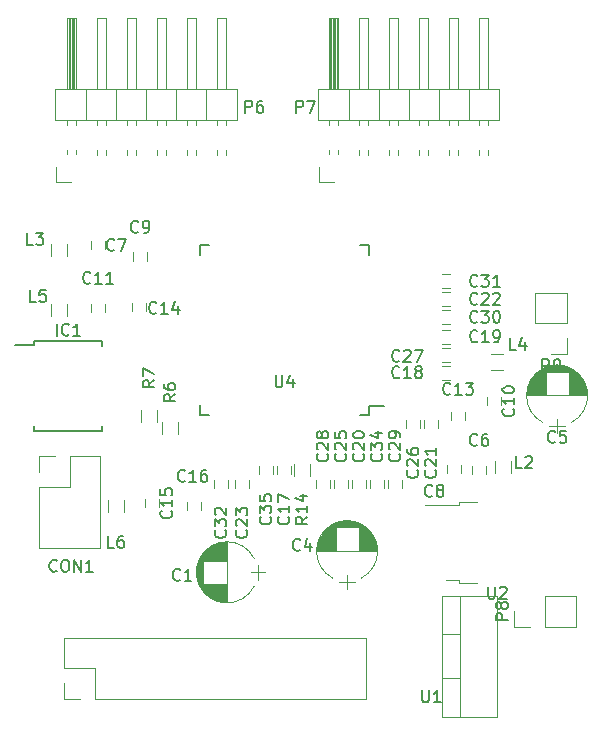
<source format=gbr>
G04 #@! TF.FileFunction,Legend,Top*
%FSLAX46Y46*%
G04 Gerber Fmt 4.6, Leading zero omitted, Abs format (unit mm)*
G04 Created by KiCad (PCBNEW 4.0.5) date 09/19/17 16:04:32*
%MOMM*%
%LPD*%
G01*
G04 APERTURE LIST*
%ADD10C,0.100000*%
%ADD11C,0.120000*%
%ADD12C,0.150000*%
G04 APERTURE END LIST*
D10*
D11*
X85030000Y-54440000D02*
X100390000Y-54440000D01*
X100390000Y-54440000D02*
X100390000Y-51780000D01*
X100390000Y-51780000D02*
X85030000Y-51780000D01*
X85030000Y-51780000D02*
X85030000Y-54440000D01*
X85980000Y-51780000D02*
X85980000Y-45780000D01*
X85980000Y-45780000D02*
X86740000Y-45780000D01*
X86740000Y-45780000D02*
X86740000Y-51780000D01*
X86040000Y-51780000D02*
X86040000Y-45780000D01*
X86160000Y-51780000D02*
X86160000Y-45780000D01*
X86280000Y-51780000D02*
X86280000Y-45780000D01*
X86400000Y-51780000D02*
X86400000Y-45780000D01*
X86520000Y-51780000D02*
X86520000Y-45780000D01*
X86640000Y-51780000D02*
X86640000Y-45780000D01*
X85980000Y-54837071D02*
X85980000Y-54440000D01*
X86740000Y-54837071D02*
X86740000Y-54440000D01*
X85980000Y-57310000D02*
X85980000Y-56922929D01*
X86740000Y-57310000D02*
X86740000Y-56922929D01*
X87630000Y-54440000D02*
X87630000Y-51780000D01*
X88520000Y-51780000D02*
X88520000Y-45780000D01*
X88520000Y-45780000D02*
X89280000Y-45780000D01*
X89280000Y-45780000D02*
X89280000Y-51780000D01*
X88520000Y-54837071D02*
X88520000Y-54440000D01*
X89280000Y-54837071D02*
X89280000Y-54440000D01*
X88520000Y-57377071D02*
X88520000Y-56922929D01*
X89280000Y-57377071D02*
X89280000Y-56922929D01*
X90170000Y-54440000D02*
X90170000Y-51780000D01*
X91060000Y-51780000D02*
X91060000Y-45780000D01*
X91060000Y-45780000D02*
X91820000Y-45780000D01*
X91820000Y-45780000D02*
X91820000Y-51780000D01*
X91060000Y-54837071D02*
X91060000Y-54440000D01*
X91820000Y-54837071D02*
X91820000Y-54440000D01*
X91060000Y-57377071D02*
X91060000Y-56922929D01*
X91820000Y-57377071D02*
X91820000Y-56922929D01*
X92710000Y-54440000D02*
X92710000Y-51780000D01*
X93600000Y-51780000D02*
X93600000Y-45780000D01*
X93600000Y-45780000D02*
X94360000Y-45780000D01*
X94360000Y-45780000D02*
X94360000Y-51780000D01*
X93600000Y-54837071D02*
X93600000Y-54440000D01*
X94360000Y-54837071D02*
X94360000Y-54440000D01*
X93600000Y-57377071D02*
X93600000Y-56922929D01*
X94360000Y-57377071D02*
X94360000Y-56922929D01*
X95250000Y-54440000D02*
X95250000Y-51780000D01*
X96140000Y-51780000D02*
X96140000Y-45780000D01*
X96140000Y-45780000D02*
X96900000Y-45780000D01*
X96900000Y-45780000D02*
X96900000Y-51780000D01*
X96140000Y-54837071D02*
X96140000Y-54440000D01*
X96900000Y-54837071D02*
X96900000Y-54440000D01*
X96140000Y-57377071D02*
X96140000Y-56922929D01*
X96900000Y-57377071D02*
X96900000Y-56922929D01*
X97790000Y-54440000D02*
X97790000Y-51780000D01*
X98680000Y-51780000D02*
X98680000Y-45780000D01*
X98680000Y-45780000D02*
X99440000Y-45780000D01*
X99440000Y-45780000D02*
X99440000Y-51780000D01*
X98680000Y-54837071D02*
X98680000Y-54440000D01*
X99440000Y-54837071D02*
X99440000Y-54440000D01*
X98680000Y-57377071D02*
X98680000Y-56922929D01*
X99440000Y-57377071D02*
X99440000Y-56922929D01*
X86360000Y-59690000D02*
X85090000Y-59690000D01*
X85090000Y-59690000D02*
X85090000Y-58420000D01*
D12*
X111609000Y-79358000D02*
X111609000Y-78633000D01*
X97259000Y-79358000D02*
X97259000Y-78558000D01*
X97259000Y-65008000D02*
X97259000Y-65808000D01*
X111609000Y-65008000D02*
X111609000Y-65808000D01*
X111609000Y-79358000D02*
X110809000Y-79358000D01*
X111609000Y-65008000D02*
X110809000Y-65008000D01*
X97259000Y-65008000D02*
X98059000Y-65008000D01*
X97259000Y-79358000D02*
X98059000Y-79358000D01*
X111609000Y-78633000D02*
X112884000Y-78633000D01*
D11*
X122774000Y-77882000D02*
X122774000Y-78582000D01*
X121574000Y-78582000D02*
X121574000Y-77882000D01*
D12*
X83231000Y-73137000D02*
X83231000Y-73487000D01*
X88981000Y-73137000D02*
X88981000Y-73587000D01*
X88981000Y-80787000D02*
X88981000Y-80337000D01*
X83231000Y-80787000D02*
X83231000Y-80337000D01*
X83231000Y-73137000D02*
X88981000Y-73137000D01*
X83231000Y-80787000D02*
X88981000Y-80787000D01*
X83231000Y-73487000D02*
X81631000Y-73487000D01*
D11*
X111312000Y-103438000D02*
X111312000Y-98238000D01*
X88392000Y-103438000D02*
X111312000Y-103438000D01*
X85792000Y-98238000D02*
X111312000Y-98238000D01*
X88392000Y-103438000D02*
X88392000Y-100838000D01*
X88392000Y-100838000D02*
X85792000Y-100838000D01*
X85792000Y-100838000D02*
X85792000Y-98238000D01*
X87122000Y-103438000D02*
X85792000Y-103438000D01*
X85792000Y-103438000D02*
X85792000Y-102108000D01*
X97246278Y-93889723D02*
G75*
G03X101857580Y-93890000I2305722J1179723D01*
G01*
X97246278Y-91530277D02*
G75*
G02X101857580Y-91530000I2305722J-1179723D01*
G01*
X97246278Y-91530277D02*
G75*
G03X97246420Y-93890000I2305722J-1179723D01*
G01*
X99552000Y-95260000D02*
X99552000Y-90160000D01*
X99512000Y-95260000D02*
X99512000Y-93690000D01*
X99512000Y-91730000D02*
X99512000Y-90160000D01*
X99472000Y-95259000D02*
X99472000Y-93690000D01*
X99472000Y-91730000D02*
X99472000Y-90161000D01*
X99432000Y-95258000D02*
X99432000Y-93690000D01*
X99432000Y-91730000D02*
X99432000Y-90162000D01*
X99392000Y-95256000D02*
X99392000Y-93690000D01*
X99392000Y-91730000D02*
X99392000Y-90164000D01*
X99352000Y-95253000D02*
X99352000Y-93690000D01*
X99352000Y-91730000D02*
X99352000Y-90167000D01*
X99312000Y-95249000D02*
X99312000Y-93690000D01*
X99312000Y-91730000D02*
X99312000Y-90171000D01*
X99272000Y-95245000D02*
X99272000Y-93690000D01*
X99272000Y-91730000D02*
X99272000Y-90175000D01*
X99232000Y-95241000D02*
X99232000Y-93690000D01*
X99232000Y-91730000D02*
X99232000Y-90179000D01*
X99192000Y-95235000D02*
X99192000Y-93690000D01*
X99192000Y-91730000D02*
X99192000Y-90185000D01*
X99152000Y-95229000D02*
X99152000Y-93690000D01*
X99152000Y-91730000D02*
X99152000Y-90191000D01*
X99112000Y-95223000D02*
X99112000Y-93690000D01*
X99112000Y-91730000D02*
X99112000Y-90197000D01*
X99072000Y-95216000D02*
X99072000Y-93690000D01*
X99072000Y-91730000D02*
X99072000Y-90204000D01*
X99032000Y-95208000D02*
X99032000Y-93690000D01*
X99032000Y-91730000D02*
X99032000Y-90212000D01*
X98992000Y-95199000D02*
X98992000Y-93690000D01*
X98992000Y-91730000D02*
X98992000Y-90221000D01*
X98952000Y-95190000D02*
X98952000Y-93690000D01*
X98952000Y-91730000D02*
X98952000Y-90230000D01*
X98912000Y-95180000D02*
X98912000Y-93690000D01*
X98912000Y-91730000D02*
X98912000Y-90240000D01*
X98872000Y-95170000D02*
X98872000Y-93690000D01*
X98872000Y-91730000D02*
X98872000Y-90250000D01*
X98831000Y-95158000D02*
X98831000Y-93690000D01*
X98831000Y-91730000D02*
X98831000Y-90262000D01*
X98791000Y-95146000D02*
X98791000Y-93690000D01*
X98791000Y-91730000D02*
X98791000Y-90274000D01*
X98751000Y-95134000D02*
X98751000Y-93690000D01*
X98751000Y-91730000D02*
X98751000Y-90286000D01*
X98711000Y-95120000D02*
X98711000Y-93690000D01*
X98711000Y-91730000D02*
X98711000Y-90300000D01*
X98671000Y-95106000D02*
X98671000Y-93690000D01*
X98671000Y-91730000D02*
X98671000Y-90314000D01*
X98631000Y-95092000D02*
X98631000Y-93690000D01*
X98631000Y-91730000D02*
X98631000Y-90328000D01*
X98591000Y-95076000D02*
X98591000Y-93690000D01*
X98591000Y-91730000D02*
X98591000Y-90344000D01*
X98551000Y-95060000D02*
X98551000Y-93690000D01*
X98551000Y-91730000D02*
X98551000Y-90360000D01*
X98511000Y-95043000D02*
X98511000Y-93690000D01*
X98511000Y-91730000D02*
X98511000Y-90377000D01*
X98471000Y-95025000D02*
X98471000Y-93690000D01*
X98471000Y-91730000D02*
X98471000Y-90395000D01*
X98431000Y-95006000D02*
X98431000Y-93690000D01*
X98431000Y-91730000D02*
X98431000Y-90414000D01*
X98391000Y-94986000D02*
X98391000Y-93690000D01*
X98391000Y-91730000D02*
X98391000Y-90434000D01*
X98351000Y-94966000D02*
X98351000Y-93690000D01*
X98351000Y-91730000D02*
X98351000Y-90454000D01*
X98311000Y-94944000D02*
X98311000Y-93690000D01*
X98311000Y-91730000D02*
X98311000Y-90476000D01*
X98271000Y-94922000D02*
X98271000Y-93690000D01*
X98271000Y-91730000D02*
X98271000Y-90498000D01*
X98231000Y-94899000D02*
X98231000Y-93690000D01*
X98231000Y-91730000D02*
X98231000Y-90521000D01*
X98191000Y-94875000D02*
X98191000Y-93690000D01*
X98191000Y-91730000D02*
X98191000Y-90545000D01*
X98151000Y-94850000D02*
X98151000Y-93690000D01*
X98151000Y-91730000D02*
X98151000Y-90570000D01*
X98111000Y-94823000D02*
X98111000Y-93690000D01*
X98111000Y-91730000D02*
X98111000Y-90597000D01*
X98071000Y-94796000D02*
X98071000Y-93690000D01*
X98071000Y-91730000D02*
X98071000Y-90624000D01*
X98031000Y-94768000D02*
X98031000Y-93690000D01*
X98031000Y-91730000D02*
X98031000Y-90652000D01*
X97991000Y-94738000D02*
X97991000Y-93690000D01*
X97991000Y-91730000D02*
X97991000Y-90682000D01*
X97951000Y-94707000D02*
X97951000Y-93690000D01*
X97951000Y-91730000D02*
X97951000Y-90713000D01*
X97911000Y-94675000D02*
X97911000Y-93690000D01*
X97911000Y-91730000D02*
X97911000Y-90745000D01*
X97871000Y-94642000D02*
X97871000Y-93690000D01*
X97871000Y-91730000D02*
X97871000Y-90778000D01*
X97831000Y-94607000D02*
X97831000Y-93690000D01*
X97831000Y-91730000D02*
X97831000Y-90813000D01*
X97791000Y-94571000D02*
X97791000Y-93690000D01*
X97791000Y-91730000D02*
X97791000Y-90849000D01*
X97751000Y-94533000D02*
X97751000Y-93690000D01*
X97751000Y-91730000D02*
X97751000Y-90887000D01*
X97711000Y-94493000D02*
X97711000Y-93690000D01*
X97711000Y-91730000D02*
X97711000Y-90927000D01*
X97671000Y-94452000D02*
X97671000Y-93690000D01*
X97671000Y-91730000D02*
X97671000Y-90968000D01*
X97631000Y-94409000D02*
X97631000Y-93690000D01*
X97631000Y-91730000D02*
X97631000Y-91011000D01*
X97591000Y-94364000D02*
X97591000Y-93690000D01*
X97591000Y-91730000D02*
X97591000Y-91056000D01*
X97551000Y-94316000D02*
X97551000Y-91104000D01*
X97511000Y-94266000D02*
X97511000Y-91154000D01*
X97471000Y-94214000D02*
X97471000Y-91206000D01*
X97431000Y-94158000D02*
X97431000Y-91262000D01*
X97391000Y-94100000D02*
X97391000Y-91320000D01*
X97351000Y-94037000D02*
X97351000Y-91383000D01*
X97311000Y-93971000D02*
X97311000Y-91449000D01*
X97271000Y-93899000D02*
X97271000Y-91521000D01*
X97231000Y-93822000D02*
X97231000Y-91598000D01*
X97191000Y-93738000D02*
X97191000Y-91682000D01*
X97151000Y-93644000D02*
X97151000Y-91776000D01*
X97111000Y-93539000D02*
X97111000Y-91881000D01*
X97071000Y-93417000D02*
X97071000Y-92003000D01*
X97031000Y-93269000D02*
X97031000Y-92151000D01*
X96991000Y-93064000D02*
X96991000Y-92356000D01*
X102752000Y-92710000D02*
X101552000Y-92710000D01*
X102152000Y-93360000D02*
X102152000Y-92060000D01*
X117776000Y-104942000D02*
X117776000Y-94702000D01*
X122417000Y-104942000D02*
X122417000Y-94702000D01*
X117776000Y-104942000D02*
X122417000Y-104942000D01*
X117776000Y-94702000D02*
X122417000Y-94702000D01*
X119286000Y-104942000D02*
X119286000Y-94702000D01*
X117776000Y-101672000D02*
X119286000Y-101672000D01*
X117776000Y-97971000D02*
X119286000Y-97971000D01*
X119345000Y-83597000D02*
X119345000Y-84297000D01*
X118145000Y-84297000D02*
X118145000Y-83597000D01*
X108548277Y-88610278D02*
G75*
G03X108548000Y-93221580I1179723J-2305722D01*
G01*
X110907723Y-88610278D02*
G75*
G02X110908000Y-93221580I-1179723J-2305722D01*
G01*
X110907723Y-88610278D02*
G75*
G03X108548000Y-88610420I-1179723J-2305722D01*
G01*
X107178000Y-90916000D02*
X112278000Y-90916000D01*
X107178000Y-90876000D02*
X108748000Y-90876000D01*
X110708000Y-90876000D02*
X112278000Y-90876000D01*
X107179000Y-90836000D02*
X108748000Y-90836000D01*
X110708000Y-90836000D02*
X112277000Y-90836000D01*
X107180000Y-90796000D02*
X108748000Y-90796000D01*
X110708000Y-90796000D02*
X112276000Y-90796000D01*
X107182000Y-90756000D02*
X108748000Y-90756000D01*
X110708000Y-90756000D02*
X112274000Y-90756000D01*
X107185000Y-90716000D02*
X108748000Y-90716000D01*
X110708000Y-90716000D02*
X112271000Y-90716000D01*
X107189000Y-90676000D02*
X108748000Y-90676000D01*
X110708000Y-90676000D02*
X112267000Y-90676000D01*
X107193000Y-90636000D02*
X108748000Y-90636000D01*
X110708000Y-90636000D02*
X112263000Y-90636000D01*
X107197000Y-90596000D02*
X108748000Y-90596000D01*
X110708000Y-90596000D02*
X112259000Y-90596000D01*
X107203000Y-90556000D02*
X108748000Y-90556000D01*
X110708000Y-90556000D02*
X112253000Y-90556000D01*
X107209000Y-90516000D02*
X108748000Y-90516000D01*
X110708000Y-90516000D02*
X112247000Y-90516000D01*
X107215000Y-90476000D02*
X108748000Y-90476000D01*
X110708000Y-90476000D02*
X112241000Y-90476000D01*
X107222000Y-90436000D02*
X108748000Y-90436000D01*
X110708000Y-90436000D02*
X112234000Y-90436000D01*
X107230000Y-90396000D02*
X108748000Y-90396000D01*
X110708000Y-90396000D02*
X112226000Y-90396000D01*
X107239000Y-90356000D02*
X108748000Y-90356000D01*
X110708000Y-90356000D02*
X112217000Y-90356000D01*
X107248000Y-90316000D02*
X108748000Y-90316000D01*
X110708000Y-90316000D02*
X112208000Y-90316000D01*
X107258000Y-90276000D02*
X108748000Y-90276000D01*
X110708000Y-90276000D02*
X112198000Y-90276000D01*
X107268000Y-90236000D02*
X108748000Y-90236000D01*
X110708000Y-90236000D02*
X112188000Y-90236000D01*
X107280000Y-90195000D02*
X108748000Y-90195000D01*
X110708000Y-90195000D02*
X112176000Y-90195000D01*
X107292000Y-90155000D02*
X108748000Y-90155000D01*
X110708000Y-90155000D02*
X112164000Y-90155000D01*
X107304000Y-90115000D02*
X108748000Y-90115000D01*
X110708000Y-90115000D02*
X112152000Y-90115000D01*
X107318000Y-90075000D02*
X108748000Y-90075000D01*
X110708000Y-90075000D02*
X112138000Y-90075000D01*
X107332000Y-90035000D02*
X108748000Y-90035000D01*
X110708000Y-90035000D02*
X112124000Y-90035000D01*
X107346000Y-89995000D02*
X108748000Y-89995000D01*
X110708000Y-89995000D02*
X112110000Y-89995000D01*
X107362000Y-89955000D02*
X108748000Y-89955000D01*
X110708000Y-89955000D02*
X112094000Y-89955000D01*
X107378000Y-89915000D02*
X108748000Y-89915000D01*
X110708000Y-89915000D02*
X112078000Y-89915000D01*
X107395000Y-89875000D02*
X108748000Y-89875000D01*
X110708000Y-89875000D02*
X112061000Y-89875000D01*
X107413000Y-89835000D02*
X108748000Y-89835000D01*
X110708000Y-89835000D02*
X112043000Y-89835000D01*
X107432000Y-89795000D02*
X108748000Y-89795000D01*
X110708000Y-89795000D02*
X112024000Y-89795000D01*
X107452000Y-89755000D02*
X108748000Y-89755000D01*
X110708000Y-89755000D02*
X112004000Y-89755000D01*
X107472000Y-89715000D02*
X108748000Y-89715000D01*
X110708000Y-89715000D02*
X111984000Y-89715000D01*
X107494000Y-89675000D02*
X108748000Y-89675000D01*
X110708000Y-89675000D02*
X111962000Y-89675000D01*
X107516000Y-89635000D02*
X108748000Y-89635000D01*
X110708000Y-89635000D02*
X111940000Y-89635000D01*
X107539000Y-89595000D02*
X108748000Y-89595000D01*
X110708000Y-89595000D02*
X111917000Y-89595000D01*
X107563000Y-89555000D02*
X108748000Y-89555000D01*
X110708000Y-89555000D02*
X111893000Y-89555000D01*
X107588000Y-89515000D02*
X108748000Y-89515000D01*
X110708000Y-89515000D02*
X111868000Y-89515000D01*
X107615000Y-89475000D02*
X108748000Y-89475000D01*
X110708000Y-89475000D02*
X111841000Y-89475000D01*
X107642000Y-89435000D02*
X108748000Y-89435000D01*
X110708000Y-89435000D02*
X111814000Y-89435000D01*
X107670000Y-89395000D02*
X108748000Y-89395000D01*
X110708000Y-89395000D02*
X111786000Y-89395000D01*
X107700000Y-89355000D02*
X108748000Y-89355000D01*
X110708000Y-89355000D02*
X111756000Y-89355000D01*
X107731000Y-89315000D02*
X108748000Y-89315000D01*
X110708000Y-89315000D02*
X111725000Y-89315000D01*
X107763000Y-89275000D02*
X108748000Y-89275000D01*
X110708000Y-89275000D02*
X111693000Y-89275000D01*
X107796000Y-89235000D02*
X108748000Y-89235000D01*
X110708000Y-89235000D02*
X111660000Y-89235000D01*
X107831000Y-89195000D02*
X108748000Y-89195000D01*
X110708000Y-89195000D02*
X111625000Y-89195000D01*
X107867000Y-89155000D02*
X108748000Y-89155000D01*
X110708000Y-89155000D02*
X111589000Y-89155000D01*
X107905000Y-89115000D02*
X108748000Y-89115000D01*
X110708000Y-89115000D02*
X111551000Y-89115000D01*
X107945000Y-89075000D02*
X108748000Y-89075000D01*
X110708000Y-89075000D02*
X111511000Y-89075000D01*
X107986000Y-89035000D02*
X108748000Y-89035000D01*
X110708000Y-89035000D02*
X111470000Y-89035000D01*
X108029000Y-88995000D02*
X108748000Y-88995000D01*
X110708000Y-88995000D02*
X111427000Y-88995000D01*
X108074000Y-88955000D02*
X108748000Y-88955000D01*
X110708000Y-88955000D02*
X111382000Y-88955000D01*
X108122000Y-88915000D02*
X111334000Y-88915000D01*
X108172000Y-88875000D02*
X111284000Y-88875000D01*
X108224000Y-88835000D02*
X111232000Y-88835000D01*
X108280000Y-88795000D02*
X111176000Y-88795000D01*
X108338000Y-88755000D02*
X111118000Y-88755000D01*
X108401000Y-88715000D02*
X111055000Y-88715000D01*
X108467000Y-88675000D02*
X110989000Y-88675000D01*
X108539000Y-88635000D02*
X110917000Y-88635000D01*
X108616000Y-88595000D02*
X110840000Y-88595000D01*
X108700000Y-88555000D02*
X110756000Y-88555000D01*
X108794000Y-88515000D02*
X110662000Y-88515000D01*
X108899000Y-88475000D02*
X110557000Y-88475000D01*
X109021000Y-88435000D02*
X110435000Y-88435000D01*
X109169000Y-88395000D02*
X110287000Y-88395000D01*
X109374000Y-88355000D02*
X110082000Y-88355000D01*
X109728000Y-94116000D02*
X109728000Y-92916000D01*
X109078000Y-93516000D02*
X110378000Y-93516000D01*
X126328277Y-75434278D02*
G75*
G03X126328000Y-80045580I1179723J-2305722D01*
G01*
X128687723Y-75434278D02*
G75*
G02X128688000Y-80045580I-1179723J-2305722D01*
G01*
X128687723Y-75434278D02*
G75*
G03X126328000Y-75434420I-1179723J-2305722D01*
G01*
X124958000Y-77740000D02*
X130058000Y-77740000D01*
X124958000Y-77700000D02*
X126528000Y-77700000D01*
X128488000Y-77700000D02*
X130058000Y-77700000D01*
X124959000Y-77660000D02*
X126528000Y-77660000D01*
X128488000Y-77660000D02*
X130057000Y-77660000D01*
X124960000Y-77620000D02*
X126528000Y-77620000D01*
X128488000Y-77620000D02*
X130056000Y-77620000D01*
X124962000Y-77580000D02*
X126528000Y-77580000D01*
X128488000Y-77580000D02*
X130054000Y-77580000D01*
X124965000Y-77540000D02*
X126528000Y-77540000D01*
X128488000Y-77540000D02*
X130051000Y-77540000D01*
X124969000Y-77500000D02*
X126528000Y-77500000D01*
X128488000Y-77500000D02*
X130047000Y-77500000D01*
X124973000Y-77460000D02*
X126528000Y-77460000D01*
X128488000Y-77460000D02*
X130043000Y-77460000D01*
X124977000Y-77420000D02*
X126528000Y-77420000D01*
X128488000Y-77420000D02*
X130039000Y-77420000D01*
X124983000Y-77380000D02*
X126528000Y-77380000D01*
X128488000Y-77380000D02*
X130033000Y-77380000D01*
X124989000Y-77340000D02*
X126528000Y-77340000D01*
X128488000Y-77340000D02*
X130027000Y-77340000D01*
X124995000Y-77300000D02*
X126528000Y-77300000D01*
X128488000Y-77300000D02*
X130021000Y-77300000D01*
X125002000Y-77260000D02*
X126528000Y-77260000D01*
X128488000Y-77260000D02*
X130014000Y-77260000D01*
X125010000Y-77220000D02*
X126528000Y-77220000D01*
X128488000Y-77220000D02*
X130006000Y-77220000D01*
X125019000Y-77180000D02*
X126528000Y-77180000D01*
X128488000Y-77180000D02*
X129997000Y-77180000D01*
X125028000Y-77140000D02*
X126528000Y-77140000D01*
X128488000Y-77140000D02*
X129988000Y-77140000D01*
X125038000Y-77100000D02*
X126528000Y-77100000D01*
X128488000Y-77100000D02*
X129978000Y-77100000D01*
X125048000Y-77060000D02*
X126528000Y-77060000D01*
X128488000Y-77060000D02*
X129968000Y-77060000D01*
X125060000Y-77019000D02*
X126528000Y-77019000D01*
X128488000Y-77019000D02*
X129956000Y-77019000D01*
X125072000Y-76979000D02*
X126528000Y-76979000D01*
X128488000Y-76979000D02*
X129944000Y-76979000D01*
X125084000Y-76939000D02*
X126528000Y-76939000D01*
X128488000Y-76939000D02*
X129932000Y-76939000D01*
X125098000Y-76899000D02*
X126528000Y-76899000D01*
X128488000Y-76899000D02*
X129918000Y-76899000D01*
X125112000Y-76859000D02*
X126528000Y-76859000D01*
X128488000Y-76859000D02*
X129904000Y-76859000D01*
X125126000Y-76819000D02*
X126528000Y-76819000D01*
X128488000Y-76819000D02*
X129890000Y-76819000D01*
X125142000Y-76779000D02*
X126528000Y-76779000D01*
X128488000Y-76779000D02*
X129874000Y-76779000D01*
X125158000Y-76739000D02*
X126528000Y-76739000D01*
X128488000Y-76739000D02*
X129858000Y-76739000D01*
X125175000Y-76699000D02*
X126528000Y-76699000D01*
X128488000Y-76699000D02*
X129841000Y-76699000D01*
X125193000Y-76659000D02*
X126528000Y-76659000D01*
X128488000Y-76659000D02*
X129823000Y-76659000D01*
X125212000Y-76619000D02*
X126528000Y-76619000D01*
X128488000Y-76619000D02*
X129804000Y-76619000D01*
X125232000Y-76579000D02*
X126528000Y-76579000D01*
X128488000Y-76579000D02*
X129784000Y-76579000D01*
X125252000Y-76539000D02*
X126528000Y-76539000D01*
X128488000Y-76539000D02*
X129764000Y-76539000D01*
X125274000Y-76499000D02*
X126528000Y-76499000D01*
X128488000Y-76499000D02*
X129742000Y-76499000D01*
X125296000Y-76459000D02*
X126528000Y-76459000D01*
X128488000Y-76459000D02*
X129720000Y-76459000D01*
X125319000Y-76419000D02*
X126528000Y-76419000D01*
X128488000Y-76419000D02*
X129697000Y-76419000D01*
X125343000Y-76379000D02*
X126528000Y-76379000D01*
X128488000Y-76379000D02*
X129673000Y-76379000D01*
X125368000Y-76339000D02*
X126528000Y-76339000D01*
X128488000Y-76339000D02*
X129648000Y-76339000D01*
X125395000Y-76299000D02*
X126528000Y-76299000D01*
X128488000Y-76299000D02*
X129621000Y-76299000D01*
X125422000Y-76259000D02*
X126528000Y-76259000D01*
X128488000Y-76259000D02*
X129594000Y-76259000D01*
X125450000Y-76219000D02*
X126528000Y-76219000D01*
X128488000Y-76219000D02*
X129566000Y-76219000D01*
X125480000Y-76179000D02*
X126528000Y-76179000D01*
X128488000Y-76179000D02*
X129536000Y-76179000D01*
X125511000Y-76139000D02*
X126528000Y-76139000D01*
X128488000Y-76139000D02*
X129505000Y-76139000D01*
X125543000Y-76099000D02*
X126528000Y-76099000D01*
X128488000Y-76099000D02*
X129473000Y-76099000D01*
X125576000Y-76059000D02*
X126528000Y-76059000D01*
X128488000Y-76059000D02*
X129440000Y-76059000D01*
X125611000Y-76019000D02*
X126528000Y-76019000D01*
X128488000Y-76019000D02*
X129405000Y-76019000D01*
X125647000Y-75979000D02*
X126528000Y-75979000D01*
X128488000Y-75979000D02*
X129369000Y-75979000D01*
X125685000Y-75939000D02*
X126528000Y-75939000D01*
X128488000Y-75939000D02*
X129331000Y-75939000D01*
X125725000Y-75899000D02*
X126528000Y-75899000D01*
X128488000Y-75899000D02*
X129291000Y-75899000D01*
X125766000Y-75859000D02*
X126528000Y-75859000D01*
X128488000Y-75859000D02*
X129250000Y-75859000D01*
X125809000Y-75819000D02*
X126528000Y-75819000D01*
X128488000Y-75819000D02*
X129207000Y-75819000D01*
X125854000Y-75779000D02*
X126528000Y-75779000D01*
X128488000Y-75779000D02*
X129162000Y-75779000D01*
X125902000Y-75739000D02*
X129114000Y-75739000D01*
X125952000Y-75699000D02*
X129064000Y-75699000D01*
X126004000Y-75659000D02*
X129012000Y-75659000D01*
X126060000Y-75619000D02*
X128956000Y-75619000D01*
X126118000Y-75579000D02*
X128898000Y-75579000D01*
X126181000Y-75539000D02*
X128835000Y-75539000D01*
X126247000Y-75499000D02*
X128769000Y-75499000D01*
X126319000Y-75459000D02*
X128697000Y-75459000D01*
X126396000Y-75419000D02*
X128620000Y-75419000D01*
X126480000Y-75379000D02*
X128536000Y-75379000D01*
X126574000Y-75339000D02*
X128442000Y-75339000D01*
X126679000Y-75299000D02*
X128337000Y-75299000D01*
X126801000Y-75259000D02*
X128215000Y-75259000D01*
X126949000Y-75219000D02*
X128067000Y-75219000D01*
X127154000Y-75179000D02*
X127862000Y-75179000D01*
X127508000Y-80940000D02*
X127508000Y-79740000D01*
X126858000Y-80340000D02*
X128158000Y-80340000D01*
X91602000Y-66324000D02*
X91602000Y-65624000D01*
X92802000Y-65624000D02*
X92802000Y-66324000D01*
X119726000Y-79152000D02*
X119726000Y-79852000D01*
X118526000Y-79852000D02*
X118526000Y-79152000D01*
X92675000Y-69881000D02*
X92675000Y-70581000D01*
X91475000Y-70581000D02*
X91475000Y-69881000D01*
X97374000Y-86772000D02*
X97374000Y-87472000D01*
X96174000Y-87472000D02*
X96174000Y-86772000D01*
X104994000Y-83724000D02*
X104994000Y-84424000D01*
X103794000Y-84424000D02*
X103794000Y-83724000D01*
X117760000Y-75219000D02*
X118460000Y-75219000D01*
X118460000Y-76419000D02*
X117760000Y-76419000D01*
X117760000Y-72171000D02*
X118460000Y-72171000D01*
X118460000Y-73371000D02*
X117760000Y-73371000D01*
X111344000Y-84867000D02*
X111344000Y-85567000D01*
X110144000Y-85567000D02*
X110144000Y-84867000D01*
X117440000Y-79787000D02*
X117440000Y-80487000D01*
X116240000Y-80487000D02*
X116240000Y-79787000D01*
X117760000Y-68996000D02*
X118460000Y-68996000D01*
X118460000Y-70196000D02*
X117760000Y-70196000D01*
X101438000Y-84867000D02*
X101438000Y-85567000D01*
X100238000Y-85567000D02*
X100238000Y-84867000D01*
X109820000Y-84867000D02*
X109820000Y-85567000D01*
X108620000Y-85567000D02*
X108620000Y-84867000D01*
X115916000Y-79787000D02*
X115916000Y-80487000D01*
X114716000Y-80487000D02*
X114716000Y-79787000D01*
X117760000Y-73695000D02*
X118460000Y-73695000D01*
X118460000Y-74895000D02*
X117760000Y-74895000D01*
X108296000Y-84867000D02*
X108296000Y-85567000D01*
X107096000Y-85567000D02*
X107096000Y-84867000D01*
X114392000Y-84867000D02*
X114392000Y-85567000D01*
X113192000Y-85567000D02*
X113192000Y-84867000D01*
X117760000Y-70520000D02*
X118460000Y-70520000D01*
X118460000Y-71720000D02*
X117760000Y-71720000D01*
X117760000Y-67472000D02*
X118460000Y-67472000D01*
X118460000Y-68672000D02*
X117760000Y-68672000D01*
X99660000Y-84867000D02*
X99660000Y-85567000D01*
X98460000Y-85567000D02*
X98460000Y-84867000D01*
X112868000Y-84867000D02*
X112868000Y-85567000D01*
X111668000Y-85567000D02*
X111668000Y-84867000D01*
X103470000Y-83724000D02*
X103470000Y-84424000D01*
X102270000Y-84424000D02*
X102270000Y-83724000D01*
X83633000Y-90611000D02*
X88833000Y-90611000D01*
X83633000Y-85471000D02*
X83633000Y-90611000D01*
X88833000Y-82871000D02*
X88833000Y-90611000D01*
X83633000Y-85471000D02*
X86233000Y-85471000D01*
X86233000Y-85471000D02*
X86233000Y-82871000D01*
X86233000Y-82871000D02*
X88833000Y-82871000D01*
X83633000Y-84201000D02*
X83633000Y-82871000D01*
X83633000Y-82871000D02*
X84963000Y-82871000D01*
X123616000Y-83320000D02*
X123616000Y-84320000D01*
X122256000Y-84320000D02*
X122256000Y-83320000D01*
X86024000Y-64948000D02*
X86024000Y-65948000D01*
X84664000Y-65948000D02*
X84664000Y-64948000D01*
X121928000Y-74250000D02*
X122928000Y-74250000D01*
X122928000Y-75610000D02*
X121928000Y-75610000D01*
X86024000Y-69985000D02*
X86024000Y-70985000D01*
X84664000Y-70985000D02*
X84664000Y-69985000D01*
X90850000Y-86622000D02*
X90850000Y-87622000D01*
X89490000Y-87622000D02*
X89490000Y-86622000D01*
X107255000Y-54440000D02*
X122615000Y-54440000D01*
X122615000Y-54440000D02*
X122615000Y-51780000D01*
X122615000Y-51780000D02*
X107255000Y-51780000D01*
X107255000Y-51780000D02*
X107255000Y-54440000D01*
X108205000Y-51780000D02*
X108205000Y-45780000D01*
X108205000Y-45780000D02*
X108965000Y-45780000D01*
X108965000Y-45780000D02*
X108965000Y-51780000D01*
X108265000Y-51780000D02*
X108265000Y-45780000D01*
X108385000Y-51780000D02*
X108385000Y-45780000D01*
X108505000Y-51780000D02*
X108505000Y-45780000D01*
X108625000Y-51780000D02*
X108625000Y-45780000D01*
X108745000Y-51780000D02*
X108745000Y-45780000D01*
X108865000Y-51780000D02*
X108865000Y-45780000D01*
X108205000Y-54837071D02*
X108205000Y-54440000D01*
X108965000Y-54837071D02*
X108965000Y-54440000D01*
X108205000Y-57310000D02*
X108205000Y-56922929D01*
X108965000Y-57310000D02*
X108965000Y-56922929D01*
X109855000Y-54440000D02*
X109855000Y-51780000D01*
X110745000Y-51780000D02*
X110745000Y-45780000D01*
X110745000Y-45780000D02*
X111505000Y-45780000D01*
X111505000Y-45780000D02*
X111505000Y-51780000D01*
X110745000Y-54837071D02*
X110745000Y-54440000D01*
X111505000Y-54837071D02*
X111505000Y-54440000D01*
X110745000Y-57377071D02*
X110745000Y-56922929D01*
X111505000Y-57377071D02*
X111505000Y-56922929D01*
X112395000Y-54440000D02*
X112395000Y-51780000D01*
X113285000Y-51780000D02*
X113285000Y-45780000D01*
X113285000Y-45780000D02*
X114045000Y-45780000D01*
X114045000Y-45780000D02*
X114045000Y-51780000D01*
X113285000Y-54837071D02*
X113285000Y-54440000D01*
X114045000Y-54837071D02*
X114045000Y-54440000D01*
X113285000Y-57377071D02*
X113285000Y-56922929D01*
X114045000Y-57377071D02*
X114045000Y-56922929D01*
X114935000Y-54440000D02*
X114935000Y-51780000D01*
X115825000Y-51780000D02*
X115825000Y-45780000D01*
X115825000Y-45780000D02*
X116585000Y-45780000D01*
X116585000Y-45780000D02*
X116585000Y-51780000D01*
X115825000Y-54837071D02*
X115825000Y-54440000D01*
X116585000Y-54837071D02*
X116585000Y-54440000D01*
X115825000Y-57377071D02*
X115825000Y-56922929D01*
X116585000Y-57377071D02*
X116585000Y-56922929D01*
X117475000Y-54440000D02*
X117475000Y-51780000D01*
X118365000Y-51780000D02*
X118365000Y-45780000D01*
X118365000Y-45780000D02*
X119125000Y-45780000D01*
X119125000Y-45780000D02*
X119125000Y-51780000D01*
X118365000Y-54837071D02*
X118365000Y-54440000D01*
X119125000Y-54837071D02*
X119125000Y-54440000D01*
X118365000Y-57377071D02*
X118365000Y-56922929D01*
X119125000Y-57377071D02*
X119125000Y-56922929D01*
X120015000Y-54440000D02*
X120015000Y-51780000D01*
X120905000Y-51780000D02*
X120905000Y-45780000D01*
X120905000Y-45780000D02*
X121665000Y-45780000D01*
X121665000Y-45780000D02*
X121665000Y-51780000D01*
X120905000Y-54837071D02*
X120905000Y-54440000D01*
X121665000Y-54837071D02*
X121665000Y-54440000D01*
X120905000Y-57377071D02*
X120905000Y-56922929D01*
X121665000Y-57377071D02*
X121665000Y-56922929D01*
X108585000Y-59690000D02*
X107315000Y-59690000D01*
X107315000Y-59690000D02*
X107315000Y-58420000D01*
X95422000Y-80018000D02*
X95422000Y-81018000D01*
X94062000Y-81018000D02*
X94062000Y-80018000D01*
X93644000Y-79002000D02*
X93644000Y-80002000D01*
X92284000Y-80002000D02*
X92284000Y-79002000D01*
X106598000Y-83574000D02*
X106598000Y-84574000D01*
X105238000Y-84574000D02*
X105238000Y-83574000D01*
X120696000Y-86720000D02*
X119196000Y-86720000D01*
X119196000Y-86720000D02*
X119196000Y-86990000D01*
X119196000Y-86990000D02*
X116366000Y-86990000D01*
X120696000Y-93620000D02*
X119196000Y-93620000D01*
X119196000Y-93620000D02*
X119196000Y-93350000D01*
X119196000Y-93350000D02*
X118096000Y-93350000D01*
X93818000Y-86518000D02*
X93818000Y-87218000D01*
X92618000Y-87218000D02*
X92618000Y-86518000D01*
X88046000Y-65374000D02*
X88046000Y-64674000D01*
X89246000Y-64674000D02*
X89246000Y-65374000D01*
X89246000Y-70008000D02*
X89246000Y-70708000D01*
X88046000Y-70708000D02*
X88046000Y-70008000D01*
X121504000Y-83724000D02*
X121504000Y-84424000D01*
X120304000Y-84424000D02*
X120304000Y-83724000D01*
X129092000Y-97342000D02*
X129092000Y-94682000D01*
X126492000Y-97342000D02*
X129092000Y-97342000D01*
X126492000Y-94682000D02*
X129092000Y-94682000D01*
X126492000Y-97342000D02*
X126492000Y-94682000D01*
X125222000Y-97342000D02*
X123892000Y-97342000D01*
X123892000Y-97342000D02*
X123892000Y-96012000D01*
X128330000Y-69028000D02*
X125670000Y-69028000D01*
X128330000Y-71628000D02*
X128330000Y-69028000D01*
X125670000Y-71628000D02*
X125670000Y-69028000D01*
X128330000Y-71628000D02*
X125670000Y-71628000D01*
X128330000Y-72898000D02*
X128330000Y-74228000D01*
X128330000Y-74228000D02*
X127000000Y-74228000D01*
D12*
X101115905Y-53792381D02*
X101115905Y-52792381D01*
X101496858Y-52792381D01*
X101592096Y-52840000D01*
X101639715Y-52887619D01*
X101687334Y-52982857D01*
X101687334Y-53125714D01*
X101639715Y-53220952D01*
X101592096Y-53268571D01*
X101496858Y-53316190D01*
X101115905Y-53316190D01*
X102544477Y-52792381D02*
X102354000Y-52792381D01*
X102258762Y-52840000D01*
X102211143Y-52887619D01*
X102115905Y-53030476D01*
X102068286Y-53220952D01*
X102068286Y-53601905D01*
X102115905Y-53697143D01*
X102163524Y-53744762D01*
X102258762Y-53792381D01*
X102449239Y-53792381D01*
X102544477Y-53744762D01*
X102592096Y-53697143D01*
X102639715Y-53601905D01*
X102639715Y-53363810D01*
X102592096Y-53268571D01*
X102544477Y-53220952D01*
X102449239Y-53173333D01*
X102258762Y-53173333D01*
X102163524Y-53220952D01*
X102115905Y-53268571D01*
X102068286Y-53363810D01*
X103672095Y-76033381D02*
X103672095Y-76842905D01*
X103719714Y-76938143D01*
X103767333Y-76985762D01*
X103862571Y-77033381D01*
X104053048Y-77033381D01*
X104148286Y-76985762D01*
X104195905Y-76938143D01*
X104243524Y-76842905D01*
X104243524Y-76033381D01*
X105148286Y-76366714D02*
X105148286Y-77033381D01*
X104910190Y-75985762D02*
X104672095Y-76700048D01*
X105291143Y-76700048D01*
X123781143Y-78874857D02*
X123828762Y-78922476D01*
X123876381Y-79065333D01*
X123876381Y-79160571D01*
X123828762Y-79303429D01*
X123733524Y-79398667D01*
X123638286Y-79446286D01*
X123447810Y-79493905D01*
X123304952Y-79493905D01*
X123114476Y-79446286D01*
X123019238Y-79398667D01*
X122924000Y-79303429D01*
X122876381Y-79160571D01*
X122876381Y-79065333D01*
X122924000Y-78922476D01*
X122971619Y-78874857D01*
X123876381Y-77922476D02*
X123876381Y-78493905D01*
X123876381Y-78208191D02*
X122876381Y-78208191D01*
X123019238Y-78303429D01*
X123114476Y-78398667D01*
X123162095Y-78493905D01*
X122876381Y-77303429D02*
X122876381Y-77208190D01*
X122924000Y-77112952D01*
X122971619Y-77065333D01*
X123066857Y-77017714D01*
X123257333Y-76970095D01*
X123495429Y-76970095D01*
X123685905Y-77017714D01*
X123781143Y-77065333D01*
X123828762Y-77112952D01*
X123876381Y-77208190D01*
X123876381Y-77303429D01*
X123828762Y-77398667D01*
X123781143Y-77446286D01*
X123685905Y-77493905D01*
X123495429Y-77541524D01*
X123257333Y-77541524D01*
X123066857Y-77493905D01*
X122971619Y-77446286D01*
X122924000Y-77398667D01*
X122876381Y-77303429D01*
X85129810Y-72664381D02*
X85129810Y-71664381D01*
X86177429Y-72569143D02*
X86129810Y-72616762D01*
X85986953Y-72664381D01*
X85891715Y-72664381D01*
X85748857Y-72616762D01*
X85653619Y-72521524D01*
X85606000Y-72426286D01*
X85558381Y-72235810D01*
X85558381Y-72092952D01*
X85606000Y-71902476D01*
X85653619Y-71807238D01*
X85748857Y-71712000D01*
X85891715Y-71664381D01*
X85986953Y-71664381D01*
X86129810Y-71712000D01*
X86177429Y-71759619D01*
X87129810Y-72664381D02*
X86558381Y-72664381D01*
X86844095Y-72664381D02*
X86844095Y-71664381D01*
X86748857Y-71807238D01*
X86653619Y-71902476D01*
X86558381Y-71950095D01*
X95591334Y-93321143D02*
X95543715Y-93368762D01*
X95400858Y-93416381D01*
X95305620Y-93416381D01*
X95162762Y-93368762D01*
X95067524Y-93273524D01*
X95019905Y-93178286D01*
X94972286Y-92987810D01*
X94972286Y-92844952D01*
X95019905Y-92654476D01*
X95067524Y-92559238D01*
X95162762Y-92464000D01*
X95305620Y-92416381D01*
X95400858Y-92416381D01*
X95543715Y-92464000D01*
X95591334Y-92511619D01*
X96543715Y-93416381D02*
X95972286Y-93416381D01*
X96258000Y-93416381D02*
X96258000Y-92416381D01*
X96162762Y-92559238D01*
X96067524Y-92654476D01*
X95972286Y-92702095D01*
X116078095Y-102703381D02*
X116078095Y-103512905D01*
X116125714Y-103608143D01*
X116173333Y-103655762D01*
X116268571Y-103703381D01*
X116459048Y-103703381D01*
X116554286Y-103655762D01*
X116601905Y-103608143D01*
X116649524Y-103512905D01*
X116649524Y-102703381D01*
X117649524Y-103703381D02*
X117078095Y-103703381D01*
X117363809Y-103703381D02*
X117363809Y-102703381D01*
X117268571Y-102846238D01*
X117173333Y-102941476D01*
X117078095Y-102989095D01*
X116927334Y-86209143D02*
X116879715Y-86256762D01*
X116736858Y-86304381D01*
X116641620Y-86304381D01*
X116498762Y-86256762D01*
X116403524Y-86161524D01*
X116355905Y-86066286D01*
X116308286Y-85875810D01*
X116308286Y-85732952D01*
X116355905Y-85542476D01*
X116403524Y-85447238D01*
X116498762Y-85352000D01*
X116641620Y-85304381D01*
X116736858Y-85304381D01*
X116879715Y-85352000D01*
X116927334Y-85399619D01*
X117498762Y-85732952D02*
X117403524Y-85685333D01*
X117355905Y-85637714D01*
X117308286Y-85542476D01*
X117308286Y-85494857D01*
X117355905Y-85399619D01*
X117403524Y-85352000D01*
X117498762Y-85304381D01*
X117689239Y-85304381D01*
X117784477Y-85352000D01*
X117832096Y-85399619D01*
X117879715Y-85494857D01*
X117879715Y-85542476D01*
X117832096Y-85637714D01*
X117784477Y-85685333D01*
X117689239Y-85732952D01*
X117498762Y-85732952D01*
X117403524Y-85780571D01*
X117355905Y-85828190D01*
X117308286Y-85923429D01*
X117308286Y-86113905D01*
X117355905Y-86209143D01*
X117403524Y-86256762D01*
X117498762Y-86304381D01*
X117689239Y-86304381D01*
X117784477Y-86256762D01*
X117832096Y-86209143D01*
X117879715Y-86113905D01*
X117879715Y-85923429D01*
X117832096Y-85828190D01*
X117784477Y-85780571D01*
X117689239Y-85732952D01*
X105751334Y-90781143D02*
X105703715Y-90828762D01*
X105560858Y-90876381D01*
X105465620Y-90876381D01*
X105322762Y-90828762D01*
X105227524Y-90733524D01*
X105179905Y-90638286D01*
X105132286Y-90447810D01*
X105132286Y-90304952D01*
X105179905Y-90114476D01*
X105227524Y-90019238D01*
X105322762Y-89924000D01*
X105465620Y-89876381D01*
X105560858Y-89876381D01*
X105703715Y-89924000D01*
X105751334Y-89971619D01*
X106608477Y-90209714D02*
X106608477Y-90876381D01*
X106370381Y-89828762D02*
X106132286Y-90543048D01*
X106751334Y-90543048D01*
X127341334Y-81637143D02*
X127293715Y-81684762D01*
X127150858Y-81732381D01*
X127055620Y-81732381D01*
X126912762Y-81684762D01*
X126817524Y-81589524D01*
X126769905Y-81494286D01*
X126722286Y-81303810D01*
X126722286Y-81160952D01*
X126769905Y-80970476D01*
X126817524Y-80875238D01*
X126912762Y-80780000D01*
X127055620Y-80732381D01*
X127150858Y-80732381D01*
X127293715Y-80780000D01*
X127341334Y-80827619D01*
X128246096Y-80732381D02*
X127769905Y-80732381D01*
X127722286Y-81208571D01*
X127769905Y-81160952D01*
X127865143Y-81113333D01*
X128103239Y-81113333D01*
X128198477Y-81160952D01*
X128246096Y-81208571D01*
X128293715Y-81303810D01*
X128293715Y-81541905D01*
X128246096Y-81637143D01*
X128198477Y-81684762D01*
X128103239Y-81732381D01*
X127865143Y-81732381D01*
X127769905Y-81684762D01*
X127722286Y-81637143D01*
X92035334Y-63857143D02*
X91987715Y-63904762D01*
X91844858Y-63952381D01*
X91749620Y-63952381D01*
X91606762Y-63904762D01*
X91511524Y-63809524D01*
X91463905Y-63714286D01*
X91416286Y-63523810D01*
X91416286Y-63380952D01*
X91463905Y-63190476D01*
X91511524Y-63095238D01*
X91606762Y-63000000D01*
X91749620Y-62952381D01*
X91844858Y-62952381D01*
X91987715Y-63000000D01*
X92035334Y-63047619D01*
X92511524Y-63952381D02*
X92702000Y-63952381D01*
X92797239Y-63904762D01*
X92844858Y-63857143D01*
X92940096Y-63714286D01*
X92987715Y-63523810D01*
X92987715Y-63142857D01*
X92940096Y-63047619D01*
X92892477Y-63000000D01*
X92797239Y-62952381D01*
X92606762Y-62952381D01*
X92511524Y-63000000D01*
X92463905Y-63047619D01*
X92416286Y-63142857D01*
X92416286Y-63380952D01*
X92463905Y-63476190D01*
X92511524Y-63523810D01*
X92606762Y-63571429D01*
X92797239Y-63571429D01*
X92892477Y-63523810D01*
X92940096Y-63476190D01*
X92987715Y-63380952D01*
X118483143Y-77573143D02*
X118435524Y-77620762D01*
X118292667Y-77668381D01*
X118197429Y-77668381D01*
X118054571Y-77620762D01*
X117959333Y-77525524D01*
X117911714Y-77430286D01*
X117864095Y-77239810D01*
X117864095Y-77096952D01*
X117911714Y-76906476D01*
X117959333Y-76811238D01*
X118054571Y-76716000D01*
X118197429Y-76668381D01*
X118292667Y-76668381D01*
X118435524Y-76716000D01*
X118483143Y-76763619D01*
X119435524Y-77668381D02*
X118864095Y-77668381D01*
X119149809Y-77668381D02*
X119149809Y-76668381D01*
X119054571Y-76811238D01*
X118959333Y-76906476D01*
X118864095Y-76954095D01*
X119768857Y-76668381D02*
X120387905Y-76668381D01*
X120054571Y-77049333D01*
X120197429Y-77049333D01*
X120292667Y-77096952D01*
X120340286Y-77144571D01*
X120387905Y-77239810D01*
X120387905Y-77477905D01*
X120340286Y-77573143D01*
X120292667Y-77620762D01*
X120197429Y-77668381D01*
X119911714Y-77668381D01*
X119816476Y-77620762D01*
X119768857Y-77573143D01*
X93591143Y-70715143D02*
X93543524Y-70762762D01*
X93400667Y-70810381D01*
X93305429Y-70810381D01*
X93162571Y-70762762D01*
X93067333Y-70667524D01*
X93019714Y-70572286D01*
X92972095Y-70381810D01*
X92972095Y-70238952D01*
X93019714Y-70048476D01*
X93067333Y-69953238D01*
X93162571Y-69858000D01*
X93305429Y-69810381D01*
X93400667Y-69810381D01*
X93543524Y-69858000D01*
X93591143Y-69905619D01*
X94543524Y-70810381D02*
X93972095Y-70810381D01*
X94257809Y-70810381D02*
X94257809Y-69810381D01*
X94162571Y-69953238D01*
X94067333Y-70048476D01*
X93972095Y-70096095D01*
X95400667Y-70143714D02*
X95400667Y-70810381D01*
X95162571Y-69762762D02*
X94924476Y-70477048D01*
X95543524Y-70477048D01*
X96004143Y-84939143D02*
X95956524Y-84986762D01*
X95813667Y-85034381D01*
X95718429Y-85034381D01*
X95575571Y-84986762D01*
X95480333Y-84891524D01*
X95432714Y-84796286D01*
X95385095Y-84605810D01*
X95385095Y-84462952D01*
X95432714Y-84272476D01*
X95480333Y-84177238D01*
X95575571Y-84082000D01*
X95718429Y-84034381D01*
X95813667Y-84034381D01*
X95956524Y-84082000D01*
X96004143Y-84129619D01*
X96956524Y-85034381D02*
X96385095Y-85034381D01*
X96670809Y-85034381D02*
X96670809Y-84034381D01*
X96575571Y-84177238D01*
X96480333Y-84272476D01*
X96385095Y-84320095D01*
X97813667Y-84034381D02*
X97623190Y-84034381D01*
X97527952Y-84082000D01*
X97480333Y-84129619D01*
X97385095Y-84272476D01*
X97337476Y-84462952D01*
X97337476Y-84843905D01*
X97385095Y-84939143D01*
X97432714Y-84986762D01*
X97527952Y-85034381D01*
X97718429Y-85034381D01*
X97813667Y-84986762D01*
X97861286Y-84939143D01*
X97908905Y-84843905D01*
X97908905Y-84605810D01*
X97861286Y-84510571D01*
X97813667Y-84462952D01*
X97718429Y-84415333D01*
X97527952Y-84415333D01*
X97432714Y-84462952D01*
X97385095Y-84510571D01*
X97337476Y-84605810D01*
X104751143Y-88018857D02*
X104798762Y-88066476D01*
X104846381Y-88209333D01*
X104846381Y-88304571D01*
X104798762Y-88447429D01*
X104703524Y-88542667D01*
X104608286Y-88590286D01*
X104417810Y-88637905D01*
X104274952Y-88637905D01*
X104084476Y-88590286D01*
X103989238Y-88542667D01*
X103894000Y-88447429D01*
X103846381Y-88304571D01*
X103846381Y-88209333D01*
X103894000Y-88066476D01*
X103941619Y-88018857D01*
X104846381Y-87066476D02*
X104846381Y-87637905D01*
X104846381Y-87352191D02*
X103846381Y-87352191D01*
X103989238Y-87447429D01*
X104084476Y-87542667D01*
X104132095Y-87637905D01*
X103846381Y-86733143D02*
X103846381Y-86066476D01*
X104846381Y-86495048D01*
X114165143Y-76176143D02*
X114117524Y-76223762D01*
X113974667Y-76271381D01*
X113879429Y-76271381D01*
X113736571Y-76223762D01*
X113641333Y-76128524D01*
X113593714Y-76033286D01*
X113546095Y-75842810D01*
X113546095Y-75699952D01*
X113593714Y-75509476D01*
X113641333Y-75414238D01*
X113736571Y-75319000D01*
X113879429Y-75271381D01*
X113974667Y-75271381D01*
X114117524Y-75319000D01*
X114165143Y-75366619D01*
X115117524Y-76271381D02*
X114546095Y-76271381D01*
X114831809Y-76271381D02*
X114831809Y-75271381D01*
X114736571Y-75414238D01*
X114641333Y-75509476D01*
X114546095Y-75557095D01*
X115688952Y-75699952D02*
X115593714Y-75652333D01*
X115546095Y-75604714D01*
X115498476Y-75509476D01*
X115498476Y-75461857D01*
X115546095Y-75366619D01*
X115593714Y-75319000D01*
X115688952Y-75271381D01*
X115879429Y-75271381D01*
X115974667Y-75319000D01*
X116022286Y-75366619D01*
X116069905Y-75461857D01*
X116069905Y-75509476D01*
X116022286Y-75604714D01*
X115974667Y-75652333D01*
X115879429Y-75699952D01*
X115688952Y-75699952D01*
X115593714Y-75747571D01*
X115546095Y-75795190D01*
X115498476Y-75890429D01*
X115498476Y-76080905D01*
X115546095Y-76176143D01*
X115593714Y-76223762D01*
X115688952Y-76271381D01*
X115879429Y-76271381D01*
X115974667Y-76223762D01*
X116022286Y-76176143D01*
X116069905Y-76080905D01*
X116069905Y-75890429D01*
X116022286Y-75795190D01*
X115974667Y-75747571D01*
X115879429Y-75699952D01*
X120769143Y-73128143D02*
X120721524Y-73175762D01*
X120578667Y-73223381D01*
X120483429Y-73223381D01*
X120340571Y-73175762D01*
X120245333Y-73080524D01*
X120197714Y-72985286D01*
X120150095Y-72794810D01*
X120150095Y-72651952D01*
X120197714Y-72461476D01*
X120245333Y-72366238D01*
X120340571Y-72271000D01*
X120483429Y-72223381D01*
X120578667Y-72223381D01*
X120721524Y-72271000D01*
X120769143Y-72318619D01*
X121721524Y-73223381D02*
X121150095Y-73223381D01*
X121435809Y-73223381D02*
X121435809Y-72223381D01*
X121340571Y-72366238D01*
X121245333Y-72461476D01*
X121150095Y-72509095D01*
X122197714Y-73223381D02*
X122388190Y-73223381D01*
X122483429Y-73175762D01*
X122531048Y-73128143D01*
X122626286Y-72985286D01*
X122673905Y-72794810D01*
X122673905Y-72413857D01*
X122626286Y-72318619D01*
X122578667Y-72271000D01*
X122483429Y-72223381D01*
X122292952Y-72223381D01*
X122197714Y-72271000D01*
X122150095Y-72318619D01*
X122102476Y-72413857D01*
X122102476Y-72651952D01*
X122150095Y-72747190D01*
X122197714Y-72794810D01*
X122292952Y-72842429D01*
X122483429Y-72842429D01*
X122578667Y-72794810D01*
X122626286Y-72747190D01*
X122673905Y-72651952D01*
X111101143Y-82684857D02*
X111148762Y-82732476D01*
X111196381Y-82875333D01*
X111196381Y-82970571D01*
X111148762Y-83113429D01*
X111053524Y-83208667D01*
X110958286Y-83256286D01*
X110767810Y-83303905D01*
X110624952Y-83303905D01*
X110434476Y-83256286D01*
X110339238Y-83208667D01*
X110244000Y-83113429D01*
X110196381Y-82970571D01*
X110196381Y-82875333D01*
X110244000Y-82732476D01*
X110291619Y-82684857D01*
X110291619Y-82303905D02*
X110244000Y-82256286D01*
X110196381Y-82161048D01*
X110196381Y-81922952D01*
X110244000Y-81827714D01*
X110291619Y-81780095D01*
X110386857Y-81732476D01*
X110482095Y-81732476D01*
X110624952Y-81780095D01*
X111196381Y-82351524D01*
X111196381Y-81732476D01*
X110196381Y-81113429D02*
X110196381Y-81018190D01*
X110244000Y-80922952D01*
X110291619Y-80875333D01*
X110386857Y-80827714D01*
X110577333Y-80780095D01*
X110815429Y-80780095D01*
X111005905Y-80827714D01*
X111101143Y-80875333D01*
X111148762Y-80922952D01*
X111196381Y-81018190D01*
X111196381Y-81113429D01*
X111148762Y-81208667D01*
X111101143Y-81256286D01*
X111005905Y-81303905D01*
X110815429Y-81351524D01*
X110577333Y-81351524D01*
X110386857Y-81303905D01*
X110291619Y-81256286D01*
X110244000Y-81208667D01*
X110196381Y-81113429D01*
X117197143Y-84081857D02*
X117244762Y-84129476D01*
X117292381Y-84272333D01*
X117292381Y-84367571D01*
X117244762Y-84510429D01*
X117149524Y-84605667D01*
X117054286Y-84653286D01*
X116863810Y-84700905D01*
X116720952Y-84700905D01*
X116530476Y-84653286D01*
X116435238Y-84605667D01*
X116340000Y-84510429D01*
X116292381Y-84367571D01*
X116292381Y-84272333D01*
X116340000Y-84129476D01*
X116387619Y-84081857D01*
X116387619Y-83700905D02*
X116340000Y-83653286D01*
X116292381Y-83558048D01*
X116292381Y-83319952D01*
X116340000Y-83224714D01*
X116387619Y-83177095D01*
X116482857Y-83129476D01*
X116578095Y-83129476D01*
X116720952Y-83177095D01*
X117292381Y-83748524D01*
X117292381Y-83129476D01*
X117292381Y-82177095D02*
X117292381Y-82748524D01*
X117292381Y-82462810D02*
X116292381Y-82462810D01*
X116435238Y-82558048D01*
X116530476Y-82653286D01*
X116578095Y-82748524D01*
X120769143Y-69953143D02*
X120721524Y-70000762D01*
X120578667Y-70048381D01*
X120483429Y-70048381D01*
X120340571Y-70000762D01*
X120245333Y-69905524D01*
X120197714Y-69810286D01*
X120150095Y-69619810D01*
X120150095Y-69476952D01*
X120197714Y-69286476D01*
X120245333Y-69191238D01*
X120340571Y-69096000D01*
X120483429Y-69048381D01*
X120578667Y-69048381D01*
X120721524Y-69096000D01*
X120769143Y-69143619D01*
X121150095Y-69143619D02*
X121197714Y-69096000D01*
X121292952Y-69048381D01*
X121531048Y-69048381D01*
X121626286Y-69096000D01*
X121673905Y-69143619D01*
X121721524Y-69238857D01*
X121721524Y-69334095D01*
X121673905Y-69476952D01*
X121102476Y-70048381D01*
X121721524Y-70048381D01*
X122102476Y-69143619D02*
X122150095Y-69096000D01*
X122245333Y-69048381D01*
X122483429Y-69048381D01*
X122578667Y-69096000D01*
X122626286Y-69143619D01*
X122673905Y-69238857D01*
X122673905Y-69334095D01*
X122626286Y-69476952D01*
X122054857Y-70048381D01*
X122673905Y-70048381D01*
X101195143Y-89161857D02*
X101242762Y-89209476D01*
X101290381Y-89352333D01*
X101290381Y-89447571D01*
X101242762Y-89590429D01*
X101147524Y-89685667D01*
X101052286Y-89733286D01*
X100861810Y-89780905D01*
X100718952Y-89780905D01*
X100528476Y-89733286D01*
X100433238Y-89685667D01*
X100338000Y-89590429D01*
X100290381Y-89447571D01*
X100290381Y-89352333D01*
X100338000Y-89209476D01*
X100385619Y-89161857D01*
X100385619Y-88780905D02*
X100338000Y-88733286D01*
X100290381Y-88638048D01*
X100290381Y-88399952D01*
X100338000Y-88304714D01*
X100385619Y-88257095D01*
X100480857Y-88209476D01*
X100576095Y-88209476D01*
X100718952Y-88257095D01*
X101290381Y-88828524D01*
X101290381Y-88209476D01*
X100290381Y-87876143D02*
X100290381Y-87257095D01*
X100671333Y-87590429D01*
X100671333Y-87447571D01*
X100718952Y-87352333D01*
X100766571Y-87304714D01*
X100861810Y-87257095D01*
X101099905Y-87257095D01*
X101195143Y-87304714D01*
X101242762Y-87352333D01*
X101290381Y-87447571D01*
X101290381Y-87733286D01*
X101242762Y-87828524D01*
X101195143Y-87876143D01*
X109577143Y-82684857D02*
X109624762Y-82732476D01*
X109672381Y-82875333D01*
X109672381Y-82970571D01*
X109624762Y-83113429D01*
X109529524Y-83208667D01*
X109434286Y-83256286D01*
X109243810Y-83303905D01*
X109100952Y-83303905D01*
X108910476Y-83256286D01*
X108815238Y-83208667D01*
X108720000Y-83113429D01*
X108672381Y-82970571D01*
X108672381Y-82875333D01*
X108720000Y-82732476D01*
X108767619Y-82684857D01*
X108767619Y-82303905D02*
X108720000Y-82256286D01*
X108672381Y-82161048D01*
X108672381Y-81922952D01*
X108720000Y-81827714D01*
X108767619Y-81780095D01*
X108862857Y-81732476D01*
X108958095Y-81732476D01*
X109100952Y-81780095D01*
X109672381Y-82351524D01*
X109672381Y-81732476D01*
X108672381Y-80827714D02*
X108672381Y-81303905D01*
X109148571Y-81351524D01*
X109100952Y-81303905D01*
X109053333Y-81208667D01*
X109053333Y-80970571D01*
X109100952Y-80875333D01*
X109148571Y-80827714D01*
X109243810Y-80780095D01*
X109481905Y-80780095D01*
X109577143Y-80827714D01*
X109624762Y-80875333D01*
X109672381Y-80970571D01*
X109672381Y-81208667D01*
X109624762Y-81303905D01*
X109577143Y-81351524D01*
X115673143Y-84081857D02*
X115720762Y-84129476D01*
X115768381Y-84272333D01*
X115768381Y-84367571D01*
X115720762Y-84510429D01*
X115625524Y-84605667D01*
X115530286Y-84653286D01*
X115339810Y-84700905D01*
X115196952Y-84700905D01*
X115006476Y-84653286D01*
X114911238Y-84605667D01*
X114816000Y-84510429D01*
X114768381Y-84367571D01*
X114768381Y-84272333D01*
X114816000Y-84129476D01*
X114863619Y-84081857D01*
X114863619Y-83700905D02*
X114816000Y-83653286D01*
X114768381Y-83558048D01*
X114768381Y-83319952D01*
X114816000Y-83224714D01*
X114863619Y-83177095D01*
X114958857Y-83129476D01*
X115054095Y-83129476D01*
X115196952Y-83177095D01*
X115768381Y-83748524D01*
X115768381Y-83129476D01*
X114768381Y-82272333D02*
X114768381Y-82462810D01*
X114816000Y-82558048D01*
X114863619Y-82605667D01*
X115006476Y-82700905D01*
X115196952Y-82748524D01*
X115577905Y-82748524D01*
X115673143Y-82700905D01*
X115720762Y-82653286D01*
X115768381Y-82558048D01*
X115768381Y-82367571D01*
X115720762Y-82272333D01*
X115673143Y-82224714D01*
X115577905Y-82177095D01*
X115339810Y-82177095D01*
X115244571Y-82224714D01*
X115196952Y-82272333D01*
X115149333Y-82367571D01*
X115149333Y-82558048D01*
X115196952Y-82653286D01*
X115244571Y-82700905D01*
X115339810Y-82748524D01*
X114165143Y-74779143D02*
X114117524Y-74826762D01*
X113974667Y-74874381D01*
X113879429Y-74874381D01*
X113736571Y-74826762D01*
X113641333Y-74731524D01*
X113593714Y-74636286D01*
X113546095Y-74445810D01*
X113546095Y-74302952D01*
X113593714Y-74112476D01*
X113641333Y-74017238D01*
X113736571Y-73922000D01*
X113879429Y-73874381D01*
X113974667Y-73874381D01*
X114117524Y-73922000D01*
X114165143Y-73969619D01*
X114546095Y-73969619D02*
X114593714Y-73922000D01*
X114688952Y-73874381D01*
X114927048Y-73874381D01*
X115022286Y-73922000D01*
X115069905Y-73969619D01*
X115117524Y-74064857D01*
X115117524Y-74160095D01*
X115069905Y-74302952D01*
X114498476Y-74874381D01*
X115117524Y-74874381D01*
X115450857Y-73874381D02*
X116117524Y-73874381D01*
X115688952Y-74874381D01*
X108053143Y-82684857D02*
X108100762Y-82732476D01*
X108148381Y-82875333D01*
X108148381Y-82970571D01*
X108100762Y-83113429D01*
X108005524Y-83208667D01*
X107910286Y-83256286D01*
X107719810Y-83303905D01*
X107576952Y-83303905D01*
X107386476Y-83256286D01*
X107291238Y-83208667D01*
X107196000Y-83113429D01*
X107148381Y-82970571D01*
X107148381Y-82875333D01*
X107196000Y-82732476D01*
X107243619Y-82684857D01*
X107243619Y-82303905D02*
X107196000Y-82256286D01*
X107148381Y-82161048D01*
X107148381Y-81922952D01*
X107196000Y-81827714D01*
X107243619Y-81780095D01*
X107338857Y-81732476D01*
X107434095Y-81732476D01*
X107576952Y-81780095D01*
X108148381Y-82351524D01*
X108148381Y-81732476D01*
X107576952Y-81161048D02*
X107529333Y-81256286D01*
X107481714Y-81303905D01*
X107386476Y-81351524D01*
X107338857Y-81351524D01*
X107243619Y-81303905D01*
X107196000Y-81256286D01*
X107148381Y-81161048D01*
X107148381Y-80970571D01*
X107196000Y-80875333D01*
X107243619Y-80827714D01*
X107338857Y-80780095D01*
X107386476Y-80780095D01*
X107481714Y-80827714D01*
X107529333Y-80875333D01*
X107576952Y-80970571D01*
X107576952Y-81161048D01*
X107624571Y-81256286D01*
X107672190Y-81303905D01*
X107767429Y-81351524D01*
X107957905Y-81351524D01*
X108053143Y-81303905D01*
X108100762Y-81256286D01*
X108148381Y-81161048D01*
X108148381Y-80970571D01*
X108100762Y-80875333D01*
X108053143Y-80827714D01*
X107957905Y-80780095D01*
X107767429Y-80780095D01*
X107672190Y-80827714D01*
X107624571Y-80875333D01*
X107576952Y-80970571D01*
X114149143Y-82684857D02*
X114196762Y-82732476D01*
X114244381Y-82875333D01*
X114244381Y-82970571D01*
X114196762Y-83113429D01*
X114101524Y-83208667D01*
X114006286Y-83256286D01*
X113815810Y-83303905D01*
X113672952Y-83303905D01*
X113482476Y-83256286D01*
X113387238Y-83208667D01*
X113292000Y-83113429D01*
X113244381Y-82970571D01*
X113244381Y-82875333D01*
X113292000Y-82732476D01*
X113339619Y-82684857D01*
X113339619Y-82303905D02*
X113292000Y-82256286D01*
X113244381Y-82161048D01*
X113244381Y-81922952D01*
X113292000Y-81827714D01*
X113339619Y-81780095D01*
X113434857Y-81732476D01*
X113530095Y-81732476D01*
X113672952Y-81780095D01*
X114244381Y-82351524D01*
X114244381Y-81732476D01*
X114244381Y-81256286D02*
X114244381Y-81065810D01*
X114196762Y-80970571D01*
X114149143Y-80922952D01*
X114006286Y-80827714D01*
X113815810Y-80780095D01*
X113434857Y-80780095D01*
X113339619Y-80827714D01*
X113292000Y-80875333D01*
X113244381Y-80970571D01*
X113244381Y-81161048D01*
X113292000Y-81256286D01*
X113339619Y-81303905D01*
X113434857Y-81351524D01*
X113672952Y-81351524D01*
X113768190Y-81303905D01*
X113815810Y-81256286D01*
X113863429Y-81161048D01*
X113863429Y-80970571D01*
X113815810Y-80875333D01*
X113768190Y-80827714D01*
X113672952Y-80780095D01*
X120769143Y-71477143D02*
X120721524Y-71524762D01*
X120578667Y-71572381D01*
X120483429Y-71572381D01*
X120340571Y-71524762D01*
X120245333Y-71429524D01*
X120197714Y-71334286D01*
X120150095Y-71143810D01*
X120150095Y-71000952D01*
X120197714Y-70810476D01*
X120245333Y-70715238D01*
X120340571Y-70620000D01*
X120483429Y-70572381D01*
X120578667Y-70572381D01*
X120721524Y-70620000D01*
X120769143Y-70667619D01*
X121102476Y-70572381D02*
X121721524Y-70572381D01*
X121388190Y-70953333D01*
X121531048Y-70953333D01*
X121626286Y-71000952D01*
X121673905Y-71048571D01*
X121721524Y-71143810D01*
X121721524Y-71381905D01*
X121673905Y-71477143D01*
X121626286Y-71524762D01*
X121531048Y-71572381D01*
X121245333Y-71572381D01*
X121150095Y-71524762D01*
X121102476Y-71477143D01*
X122340571Y-70572381D02*
X122435810Y-70572381D01*
X122531048Y-70620000D01*
X122578667Y-70667619D01*
X122626286Y-70762857D01*
X122673905Y-70953333D01*
X122673905Y-71191429D01*
X122626286Y-71381905D01*
X122578667Y-71477143D01*
X122531048Y-71524762D01*
X122435810Y-71572381D01*
X122340571Y-71572381D01*
X122245333Y-71524762D01*
X122197714Y-71477143D01*
X122150095Y-71381905D01*
X122102476Y-71191429D01*
X122102476Y-70953333D01*
X122150095Y-70762857D01*
X122197714Y-70667619D01*
X122245333Y-70620000D01*
X122340571Y-70572381D01*
X120769143Y-68429143D02*
X120721524Y-68476762D01*
X120578667Y-68524381D01*
X120483429Y-68524381D01*
X120340571Y-68476762D01*
X120245333Y-68381524D01*
X120197714Y-68286286D01*
X120150095Y-68095810D01*
X120150095Y-67952952D01*
X120197714Y-67762476D01*
X120245333Y-67667238D01*
X120340571Y-67572000D01*
X120483429Y-67524381D01*
X120578667Y-67524381D01*
X120721524Y-67572000D01*
X120769143Y-67619619D01*
X121102476Y-67524381D02*
X121721524Y-67524381D01*
X121388190Y-67905333D01*
X121531048Y-67905333D01*
X121626286Y-67952952D01*
X121673905Y-68000571D01*
X121721524Y-68095810D01*
X121721524Y-68333905D01*
X121673905Y-68429143D01*
X121626286Y-68476762D01*
X121531048Y-68524381D01*
X121245333Y-68524381D01*
X121150095Y-68476762D01*
X121102476Y-68429143D01*
X122673905Y-68524381D02*
X122102476Y-68524381D01*
X122388190Y-68524381D02*
X122388190Y-67524381D01*
X122292952Y-67667238D01*
X122197714Y-67762476D01*
X122102476Y-67810095D01*
X99417143Y-89161857D02*
X99464762Y-89209476D01*
X99512381Y-89352333D01*
X99512381Y-89447571D01*
X99464762Y-89590429D01*
X99369524Y-89685667D01*
X99274286Y-89733286D01*
X99083810Y-89780905D01*
X98940952Y-89780905D01*
X98750476Y-89733286D01*
X98655238Y-89685667D01*
X98560000Y-89590429D01*
X98512381Y-89447571D01*
X98512381Y-89352333D01*
X98560000Y-89209476D01*
X98607619Y-89161857D01*
X98512381Y-88828524D02*
X98512381Y-88209476D01*
X98893333Y-88542810D01*
X98893333Y-88399952D01*
X98940952Y-88304714D01*
X98988571Y-88257095D01*
X99083810Y-88209476D01*
X99321905Y-88209476D01*
X99417143Y-88257095D01*
X99464762Y-88304714D01*
X99512381Y-88399952D01*
X99512381Y-88685667D01*
X99464762Y-88780905D01*
X99417143Y-88828524D01*
X98607619Y-87828524D02*
X98560000Y-87780905D01*
X98512381Y-87685667D01*
X98512381Y-87447571D01*
X98560000Y-87352333D01*
X98607619Y-87304714D01*
X98702857Y-87257095D01*
X98798095Y-87257095D01*
X98940952Y-87304714D01*
X99512381Y-87876143D01*
X99512381Y-87257095D01*
X112625143Y-82684857D02*
X112672762Y-82732476D01*
X112720381Y-82875333D01*
X112720381Y-82970571D01*
X112672762Y-83113429D01*
X112577524Y-83208667D01*
X112482286Y-83256286D01*
X112291810Y-83303905D01*
X112148952Y-83303905D01*
X111958476Y-83256286D01*
X111863238Y-83208667D01*
X111768000Y-83113429D01*
X111720381Y-82970571D01*
X111720381Y-82875333D01*
X111768000Y-82732476D01*
X111815619Y-82684857D01*
X111720381Y-82351524D02*
X111720381Y-81732476D01*
X112101333Y-82065810D01*
X112101333Y-81922952D01*
X112148952Y-81827714D01*
X112196571Y-81780095D01*
X112291810Y-81732476D01*
X112529905Y-81732476D01*
X112625143Y-81780095D01*
X112672762Y-81827714D01*
X112720381Y-81922952D01*
X112720381Y-82208667D01*
X112672762Y-82303905D01*
X112625143Y-82351524D01*
X112053714Y-80875333D02*
X112720381Y-80875333D01*
X111672762Y-81113429D02*
X112387048Y-81351524D01*
X112387048Y-80732476D01*
X103227143Y-88018857D02*
X103274762Y-88066476D01*
X103322381Y-88209333D01*
X103322381Y-88304571D01*
X103274762Y-88447429D01*
X103179524Y-88542667D01*
X103084286Y-88590286D01*
X102893810Y-88637905D01*
X102750952Y-88637905D01*
X102560476Y-88590286D01*
X102465238Y-88542667D01*
X102370000Y-88447429D01*
X102322381Y-88304571D01*
X102322381Y-88209333D01*
X102370000Y-88066476D01*
X102417619Y-88018857D01*
X102322381Y-87685524D02*
X102322381Y-87066476D01*
X102703333Y-87399810D01*
X102703333Y-87256952D01*
X102750952Y-87161714D01*
X102798571Y-87114095D01*
X102893810Y-87066476D01*
X103131905Y-87066476D01*
X103227143Y-87114095D01*
X103274762Y-87161714D01*
X103322381Y-87256952D01*
X103322381Y-87542667D01*
X103274762Y-87637905D01*
X103227143Y-87685524D01*
X102322381Y-86161714D02*
X102322381Y-86637905D01*
X102798571Y-86685524D01*
X102750952Y-86637905D01*
X102703333Y-86542667D01*
X102703333Y-86304571D01*
X102750952Y-86209333D01*
X102798571Y-86161714D01*
X102893810Y-86114095D01*
X103131905Y-86114095D01*
X103227143Y-86161714D01*
X103274762Y-86209333D01*
X103322381Y-86304571D01*
X103322381Y-86542667D01*
X103274762Y-86637905D01*
X103227143Y-86685524D01*
X85145715Y-92559143D02*
X85098096Y-92606762D01*
X84955239Y-92654381D01*
X84860001Y-92654381D01*
X84717143Y-92606762D01*
X84621905Y-92511524D01*
X84574286Y-92416286D01*
X84526667Y-92225810D01*
X84526667Y-92082952D01*
X84574286Y-91892476D01*
X84621905Y-91797238D01*
X84717143Y-91702000D01*
X84860001Y-91654381D01*
X84955239Y-91654381D01*
X85098096Y-91702000D01*
X85145715Y-91749619D01*
X85764762Y-91654381D02*
X85955239Y-91654381D01*
X86050477Y-91702000D01*
X86145715Y-91797238D01*
X86193334Y-91987714D01*
X86193334Y-92321048D01*
X86145715Y-92511524D01*
X86050477Y-92606762D01*
X85955239Y-92654381D01*
X85764762Y-92654381D01*
X85669524Y-92606762D01*
X85574286Y-92511524D01*
X85526667Y-92321048D01*
X85526667Y-91987714D01*
X85574286Y-91797238D01*
X85669524Y-91702000D01*
X85764762Y-91654381D01*
X86621905Y-92654381D02*
X86621905Y-91654381D01*
X87193334Y-92654381D01*
X87193334Y-91654381D01*
X88193334Y-92654381D02*
X87621905Y-92654381D01*
X87907619Y-92654381D02*
X87907619Y-91654381D01*
X87812381Y-91797238D01*
X87717143Y-91892476D01*
X87621905Y-91940095D01*
X124547334Y-83891381D02*
X124071143Y-83891381D01*
X124071143Y-82891381D01*
X124833048Y-82986619D02*
X124880667Y-82939000D01*
X124975905Y-82891381D01*
X125214001Y-82891381D01*
X125309239Y-82939000D01*
X125356858Y-82986619D01*
X125404477Y-83081857D01*
X125404477Y-83177095D01*
X125356858Y-83319952D01*
X124785429Y-83891381D01*
X125404477Y-83891381D01*
X83145334Y-64968381D02*
X82669143Y-64968381D01*
X82669143Y-63968381D01*
X83383429Y-63968381D02*
X84002477Y-63968381D01*
X83669143Y-64349333D01*
X83812001Y-64349333D01*
X83907239Y-64396952D01*
X83954858Y-64444571D01*
X84002477Y-64539810D01*
X84002477Y-64777905D01*
X83954858Y-64873143D01*
X83907239Y-64920762D01*
X83812001Y-64968381D01*
X83526286Y-64968381D01*
X83431048Y-64920762D01*
X83383429Y-64873143D01*
X124039334Y-73858381D02*
X123563143Y-73858381D01*
X123563143Y-72858381D01*
X124801239Y-73191714D02*
X124801239Y-73858381D01*
X124563143Y-72810762D02*
X124325048Y-73525048D01*
X124944096Y-73525048D01*
X83399334Y-69794381D02*
X82923143Y-69794381D01*
X82923143Y-68794381D01*
X84208858Y-68794381D02*
X83732667Y-68794381D01*
X83685048Y-69270571D01*
X83732667Y-69222952D01*
X83827905Y-69175333D01*
X84066001Y-69175333D01*
X84161239Y-69222952D01*
X84208858Y-69270571D01*
X84256477Y-69365810D01*
X84256477Y-69603905D01*
X84208858Y-69699143D01*
X84161239Y-69746762D01*
X84066001Y-69794381D01*
X83827905Y-69794381D01*
X83732667Y-69746762D01*
X83685048Y-69699143D01*
X90003334Y-90622381D02*
X89527143Y-90622381D01*
X89527143Y-89622381D01*
X90765239Y-89622381D02*
X90574762Y-89622381D01*
X90479524Y-89670000D01*
X90431905Y-89717619D01*
X90336667Y-89860476D01*
X90289048Y-90050952D01*
X90289048Y-90431905D01*
X90336667Y-90527143D01*
X90384286Y-90574762D01*
X90479524Y-90622381D01*
X90670001Y-90622381D01*
X90765239Y-90574762D01*
X90812858Y-90527143D01*
X90860477Y-90431905D01*
X90860477Y-90193810D01*
X90812858Y-90098571D01*
X90765239Y-90050952D01*
X90670001Y-90003333D01*
X90479524Y-90003333D01*
X90384286Y-90050952D01*
X90336667Y-90098571D01*
X90289048Y-90193810D01*
X105433905Y-53792381D02*
X105433905Y-52792381D01*
X105814858Y-52792381D01*
X105910096Y-52840000D01*
X105957715Y-52887619D01*
X106005334Y-52982857D01*
X106005334Y-53125714D01*
X105957715Y-53220952D01*
X105910096Y-53268571D01*
X105814858Y-53316190D01*
X105433905Y-53316190D01*
X106338667Y-52792381D02*
X107005334Y-52792381D01*
X106576762Y-53792381D01*
X95194381Y-77636666D02*
X94718190Y-77970000D01*
X95194381Y-78208095D02*
X94194381Y-78208095D01*
X94194381Y-77827142D01*
X94242000Y-77731904D01*
X94289619Y-77684285D01*
X94384857Y-77636666D01*
X94527714Y-77636666D01*
X94622952Y-77684285D01*
X94670571Y-77731904D01*
X94718190Y-77827142D01*
X94718190Y-78208095D01*
X94194381Y-76779523D02*
X94194381Y-76970000D01*
X94242000Y-77065238D01*
X94289619Y-77112857D01*
X94432476Y-77208095D01*
X94622952Y-77255714D01*
X95003905Y-77255714D01*
X95099143Y-77208095D01*
X95146762Y-77160476D01*
X95194381Y-77065238D01*
X95194381Y-76874761D01*
X95146762Y-76779523D01*
X95099143Y-76731904D01*
X95003905Y-76684285D01*
X94765810Y-76684285D01*
X94670571Y-76731904D01*
X94622952Y-76779523D01*
X94575333Y-76874761D01*
X94575333Y-77065238D01*
X94622952Y-77160476D01*
X94670571Y-77208095D01*
X94765810Y-77255714D01*
X93416381Y-76450666D02*
X92940190Y-76784000D01*
X93416381Y-77022095D02*
X92416381Y-77022095D01*
X92416381Y-76641142D01*
X92464000Y-76545904D01*
X92511619Y-76498285D01*
X92606857Y-76450666D01*
X92749714Y-76450666D01*
X92844952Y-76498285D01*
X92892571Y-76545904D01*
X92940190Y-76641142D01*
X92940190Y-77022095D01*
X92416381Y-76117333D02*
X92416381Y-75450666D01*
X93416381Y-75879238D01*
X106370381Y-88018857D02*
X105894190Y-88352191D01*
X106370381Y-88590286D02*
X105370381Y-88590286D01*
X105370381Y-88209333D01*
X105418000Y-88114095D01*
X105465619Y-88066476D01*
X105560857Y-88018857D01*
X105703714Y-88018857D01*
X105798952Y-88066476D01*
X105846571Y-88114095D01*
X105894190Y-88209333D01*
X105894190Y-88590286D01*
X106370381Y-87066476D02*
X106370381Y-87637905D01*
X106370381Y-87352191D02*
X105370381Y-87352191D01*
X105513238Y-87447429D01*
X105608476Y-87542667D01*
X105656095Y-87637905D01*
X105703714Y-86209333D02*
X106370381Y-86209333D01*
X105322762Y-86447429D02*
X106037048Y-86685524D01*
X106037048Y-86066476D01*
X121666095Y-93940381D02*
X121666095Y-94749905D01*
X121713714Y-94845143D01*
X121761333Y-94892762D01*
X121856571Y-94940381D01*
X122047048Y-94940381D01*
X122142286Y-94892762D01*
X122189905Y-94845143D01*
X122237524Y-94749905D01*
X122237524Y-93940381D01*
X122666095Y-94035619D02*
X122713714Y-93988000D01*
X122808952Y-93940381D01*
X123047048Y-93940381D01*
X123142286Y-93988000D01*
X123189905Y-94035619D01*
X123237524Y-94130857D01*
X123237524Y-94226095D01*
X123189905Y-94368952D01*
X122618476Y-94940381D01*
X123237524Y-94940381D01*
X94825143Y-87510857D02*
X94872762Y-87558476D01*
X94920381Y-87701333D01*
X94920381Y-87796571D01*
X94872762Y-87939429D01*
X94777524Y-88034667D01*
X94682286Y-88082286D01*
X94491810Y-88129905D01*
X94348952Y-88129905D01*
X94158476Y-88082286D01*
X94063238Y-88034667D01*
X93968000Y-87939429D01*
X93920381Y-87796571D01*
X93920381Y-87701333D01*
X93968000Y-87558476D01*
X94015619Y-87510857D01*
X94920381Y-86558476D02*
X94920381Y-87129905D01*
X94920381Y-86844191D02*
X93920381Y-86844191D01*
X94063238Y-86939429D01*
X94158476Y-87034667D01*
X94206095Y-87129905D01*
X93920381Y-85653714D02*
X93920381Y-86129905D01*
X94396571Y-86177524D01*
X94348952Y-86129905D01*
X94301333Y-86034667D01*
X94301333Y-85796571D01*
X94348952Y-85701333D01*
X94396571Y-85653714D01*
X94491810Y-85606095D01*
X94729905Y-85606095D01*
X94825143Y-85653714D01*
X94872762Y-85701333D01*
X94920381Y-85796571D01*
X94920381Y-86034667D01*
X94872762Y-86129905D01*
X94825143Y-86177524D01*
X90003334Y-65381143D02*
X89955715Y-65428762D01*
X89812858Y-65476381D01*
X89717620Y-65476381D01*
X89574762Y-65428762D01*
X89479524Y-65333524D01*
X89431905Y-65238286D01*
X89384286Y-65047810D01*
X89384286Y-64904952D01*
X89431905Y-64714476D01*
X89479524Y-64619238D01*
X89574762Y-64524000D01*
X89717620Y-64476381D01*
X89812858Y-64476381D01*
X89955715Y-64524000D01*
X90003334Y-64571619D01*
X90336667Y-64476381D02*
X91003334Y-64476381D01*
X90574762Y-65476381D01*
X88003143Y-68175143D02*
X87955524Y-68222762D01*
X87812667Y-68270381D01*
X87717429Y-68270381D01*
X87574571Y-68222762D01*
X87479333Y-68127524D01*
X87431714Y-68032286D01*
X87384095Y-67841810D01*
X87384095Y-67698952D01*
X87431714Y-67508476D01*
X87479333Y-67413238D01*
X87574571Y-67318000D01*
X87717429Y-67270381D01*
X87812667Y-67270381D01*
X87955524Y-67318000D01*
X88003143Y-67365619D01*
X88955524Y-68270381D02*
X88384095Y-68270381D01*
X88669809Y-68270381D02*
X88669809Y-67270381D01*
X88574571Y-67413238D01*
X88479333Y-67508476D01*
X88384095Y-67556095D01*
X89907905Y-68270381D02*
X89336476Y-68270381D01*
X89622190Y-68270381D02*
X89622190Y-67270381D01*
X89526952Y-67413238D01*
X89431714Y-67508476D01*
X89336476Y-67556095D01*
X120737334Y-81891143D02*
X120689715Y-81938762D01*
X120546858Y-81986381D01*
X120451620Y-81986381D01*
X120308762Y-81938762D01*
X120213524Y-81843524D01*
X120165905Y-81748286D01*
X120118286Y-81557810D01*
X120118286Y-81414952D01*
X120165905Y-81224476D01*
X120213524Y-81129238D01*
X120308762Y-81034000D01*
X120451620Y-80986381D01*
X120546858Y-80986381D01*
X120689715Y-81034000D01*
X120737334Y-81081619D01*
X121594477Y-80986381D02*
X121404000Y-80986381D01*
X121308762Y-81034000D01*
X121261143Y-81081619D01*
X121165905Y-81224476D01*
X121118286Y-81414952D01*
X121118286Y-81795905D01*
X121165905Y-81891143D01*
X121213524Y-81938762D01*
X121308762Y-81986381D01*
X121499239Y-81986381D01*
X121594477Y-81938762D01*
X121642096Y-81891143D01*
X121689715Y-81795905D01*
X121689715Y-81557810D01*
X121642096Y-81462571D01*
X121594477Y-81414952D01*
X121499239Y-81367333D01*
X121308762Y-81367333D01*
X121213524Y-81414952D01*
X121165905Y-81462571D01*
X121118286Y-81557810D01*
X123344381Y-96750095D02*
X122344381Y-96750095D01*
X122344381Y-96369142D01*
X122392000Y-96273904D01*
X122439619Y-96226285D01*
X122534857Y-96178666D01*
X122677714Y-96178666D01*
X122772952Y-96226285D01*
X122820571Y-96273904D01*
X122868190Y-96369142D01*
X122868190Y-96750095D01*
X122772952Y-95607238D02*
X122725333Y-95702476D01*
X122677714Y-95750095D01*
X122582476Y-95797714D01*
X122534857Y-95797714D01*
X122439619Y-95750095D01*
X122392000Y-95702476D01*
X122344381Y-95607238D01*
X122344381Y-95416761D01*
X122392000Y-95321523D01*
X122439619Y-95273904D01*
X122534857Y-95226285D01*
X122582476Y-95226285D01*
X122677714Y-95273904D01*
X122725333Y-95321523D01*
X122772952Y-95416761D01*
X122772952Y-95607238D01*
X122820571Y-95702476D01*
X122868190Y-95750095D01*
X122963429Y-95797714D01*
X123153905Y-95797714D01*
X123249143Y-95750095D01*
X123296762Y-95702476D01*
X123344381Y-95607238D01*
X123344381Y-95416761D01*
X123296762Y-95321523D01*
X123249143Y-95273904D01*
X123153905Y-95226285D01*
X122963429Y-95226285D01*
X122868190Y-95273904D01*
X122820571Y-95321523D01*
X122772952Y-95416761D01*
X126261905Y-75680381D02*
X126261905Y-74680381D01*
X126642858Y-74680381D01*
X126738096Y-74728000D01*
X126785715Y-74775619D01*
X126833334Y-74870857D01*
X126833334Y-75013714D01*
X126785715Y-75108952D01*
X126738096Y-75156571D01*
X126642858Y-75204190D01*
X126261905Y-75204190D01*
X127309524Y-75680381D02*
X127500000Y-75680381D01*
X127595239Y-75632762D01*
X127642858Y-75585143D01*
X127738096Y-75442286D01*
X127785715Y-75251810D01*
X127785715Y-74870857D01*
X127738096Y-74775619D01*
X127690477Y-74728000D01*
X127595239Y-74680381D01*
X127404762Y-74680381D01*
X127309524Y-74728000D01*
X127261905Y-74775619D01*
X127214286Y-74870857D01*
X127214286Y-75108952D01*
X127261905Y-75204190D01*
X127309524Y-75251810D01*
X127404762Y-75299429D01*
X127595239Y-75299429D01*
X127690477Y-75251810D01*
X127738096Y-75204190D01*
X127785715Y-75108952D01*
M02*

</source>
